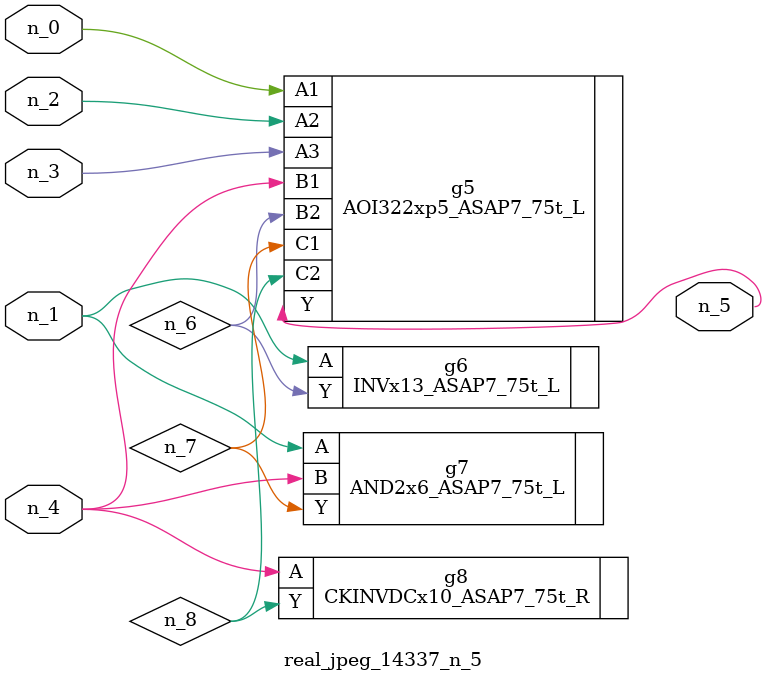
<source format=v>
module real_jpeg_14337_n_5 (n_4, n_0, n_1, n_2, n_3, n_5);

input n_4;
input n_0;
input n_1;
input n_2;
input n_3;

output n_5;

wire n_8;
wire n_6;
wire n_7;

AOI322xp5_ASAP7_75t_L g5 ( 
.A1(n_0),
.A2(n_2),
.A3(n_3),
.B1(n_4),
.B2(n_6),
.C1(n_7),
.C2(n_8),
.Y(n_5)
);

INVx13_ASAP7_75t_L g6 ( 
.A(n_1),
.Y(n_6)
);

AND2x6_ASAP7_75t_L g7 ( 
.A(n_1),
.B(n_4),
.Y(n_7)
);

CKINVDCx10_ASAP7_75t_R g8 ( 
.A(n_4),
.Y(n_8)
);


endmodule
</source>
